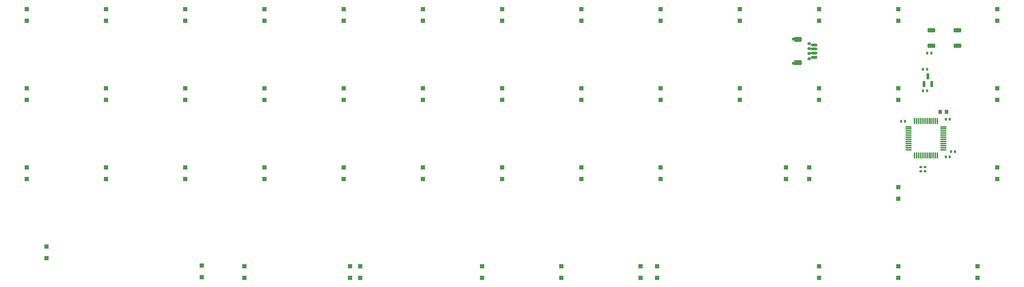
<source format=gbr>
%TF.GenerationSoftware,KiCad,Pcbnew,(7.0.0)*%
%TF.CreationDate,2023-11-25T12:29:40+01:00*%
%TF.ProjectId,Eightu Ortho,45696768-7475-4204-9f72-74686f2e6b69,rev?*%
%TF.SameCoordinates,Original*%
%TF.FileFunction,Paste,Bot*%
%TF.FilePolarity,Positive*%
%FSLAX46Y46*%
G04 Gerber Fmt 4.6, Leading zero omitted, Abs format (unit mm)*
G04 Created by KiCad (PCBNEW (7.0.0)) date 2023-11-25 12:29:40*
%MOMM*%
%LPD*%
G01*
G04 APERTURE LIST*
G04 Aperture macros list*
%AMRoundRect*
0 Rectangle with rounded corners*
0 $1 Rounding radius*
0 $2 $3 $4 $5 $6 $7 $8 $9 X,Y pos of 4 corners*
0 Add a 4 corners polygon primitive as box body*
4,1,4,$2,$3,$4,$5,$6,$7,$8,$9,$2,$3,0*
0 Add four circle primitives for the rounded corners*
1,1,$1+$1,$2,$3*
1,1,$1+$1,$4,$5*
1,1,$1+$1,$6,$7*
1,1,$1+$1,$8,$9*
0 Add four rect primitives between the rounded corners*
20,1,$1+$1,$2,$3,$4,$5,0*
20,1,$1+$1,$4,$5,$6,$7,0*
20,1,$1+$1,$6,$7,$8,$9,0*
20,1,$1+$1,$8,$9,$2,$3,0*%
G04 Aperture macros list end*
%ADD10RoundRect,0.250000X0.300000X-0.300000X0.300000X0.300000X-0.300000X0.300000X-0.300000X-0.300000X0*%
%ADD11RoundRect,0.075000X0.075000X-0.662500X0.075000X0.662500X-0.075000X0.662500X-0.075000X-0.662500X0*%
%ADD12RoundRect,0.075000X0.662500X-0.075000X0.662500X0.075000X-0.662500X0.075000X-0.662500X-0.075000X0*%
%ADD13RoundRect,0.140000X0.140000X0.170000X-0.140000X0.170000X-0.140000X-0.170000X0.140000X-0.170000X0*%
%ADD14RoundRect,0.140000X-0.170000X0.140000X-0.170000X-0.140000X0.170000X-0.140000X0.170000X0.140000X0*%
%ADD15RoundRect,0.150000X0.625000X-0.150000X0.625000X0.150000X-0.625000X0.150000X-0.625000X-0.150000X0*%
%ADD16RoundRect,0.250000X0.650000X-0.350000X0.650000X0.350000X-0.650000X0.350000X-0.650000X-0.350000X0*%
%ADD17RoundRect,0.150000X0.150000X-0.587500X0.150000X0.587500X-0.150000X0.587500X-0.150000X-0.587500X0*%
%ADD18RoundRect,0.225000X-0.225000X-0.250000X0.225000X-0.250000X0.225000X0.250000X-0.225000X0.250000X0*%
%ADD19RoundRect,0.275000X0.625000X0.275000X-0.625000X0.275000X-0.625000X-0.275000X0.625000X-0.275000X0*%
%ADD20RoundRect,0.140000X-0.140000X-0.170000X0.140000X-0.170000X0.140000X0.170000X-0.140000X0.170000X0*%
%ADD21RoundRect,0.150000X0.275000X-0.150000X0.275000X0.150000X-0.275000X0.150000X-0.275000X-0.150000X0*%
%ADD22RoundRect,0.175000X0.225000X-0.175000X0.225000X0.175000X-0.225000X0.175000X-0.225000X-0.175000X0*%
%ADD23RoundRect,0.135000X0.135000X0.185000X-0.135000X0.185000X-0.135000X-0.185000X0.135000X-0.185000X0*%
G04 APERTURE END LIST*
D10*
%TO.C,D23*%
X215900000Y-73631250D03*
X215900000Y-70831250D03*
%TD*%
D11*
%TO.C,U1*%
X282481250Y-87043750D03*
X281981250Y-87043750D03*
X281481250Y-87043750D03*
X280981250Y-87043750D03*
X280481250Y-87043750D03*
X279981250Y-87043750D03*
X279481250Y-87043750D03*
X278981250Y-87043750D03*
X278481250Y-87043750D03*
X277981250Y-87043750D03*
X277481250Y-87043750D03*
X276981250Y-87043750D03*
D12*
X275568750Y-85631250D03*
X275568750Y-85131250D03*
X275568750Y-84631250D03*
X275568750Y-84131250D03*
X275568750Y-83631250D03*
X275568750Y-83131250D03*
X275568750Y-82631250D03*
X275568750Y-82131250D03*
X275568750Y-81631250D03*
X275568750Y-81131250D03*
X275568750Y-80631250D03*
X275568750Y-80131250D03*
D11*
X276981250Y-78718750D03*
X277481250Y-78718750D03*
X277981250Y-78718750D03*
X278481250Y-78718750D03*
X278981250Y-78718750D03*
X279481250Y-78718750D03*
X279981250Y-78718750D03*
X280481250Y-78718750D03*
X280981250Y-78718750D03*
X281481250Y-78718750D03*
X281981250Y-78718750D03*
X282481250Y-78718750D03*
D12*
X283893750Y-80131250D03*
X283893750Y-80631250D03*
X283893750Y-81131250D03*
X283893750Y-81631250D03*
X283893750Y-82131250D03*
X283893750Y-82631250D03*
X283893750Y-83131250D03*
X283893750Y-83631250D03*
X283893750Y-84131250D03*
X283893750Y-84631250D03*
X283893750Y-85131250D03*
X283893750Y-85631250D03*
%TD*%
D13*
%TO.C,C3*%
X274675000Y-78781250D03*
X273715000Y-78781250D03*
%TD*%
D10*
%TO.C,D29*%
X82550000Y-92681250D03*
X82550000Y-89881250D03*
%TD*%
%TO.C,D5*%
X139700000Y-54581250D03*
X139700000Y-51781250D03*
%TD*%
D14*
%TO.C,C7*%
X279477557Y-89859709D03*
X279477557Y-90819709D03*
%TD*%
D10*
%TO.C,D32*%
X139700000Y-92681250D03*
X139700000Y-89881250D03*
%TD*%
%TO.C,D1*%
X63500000Y-54581250D03*
X63500000Y-51781250D03*
%TD*%
%TO.C,D4*%
X120650000Y-54581250D03*
X120650000Y-51781250D03*
%TD*%
%TO.C,D27*%
X141287500Y-116493750D03*
X141287500Y-113693750D03*
%TD*%
%TO.C,D15*%
X63500000Y-73631250D03*
X63500000Y-70831250D03*
%TD*%
%TO.C,D12*%
X273050000Y-54581250D03*
X273050000Y-51781250D03*
%TD*%
%TO.C,D31*%
X120650000Y-92681250D03*
X120650000Y-89881250D03*
%TD*%
D15*
%TO.C,J1*%
X252825000Y-63412500D03*
X252825000Y-62412500D03*
X252825000Y-61412500D03*
X252825000Y-60412500D03*
D16*
X248950000Y-64712500D03*
X248950000Y-59112500D03*
%TD*%
D10*
%TO.C,D9*%
X215900000Y-54581250D03*
X215900000Y-51781250D03*
%TD*%
%TO.C,D44*%
X173037500Y-116493750D03*
X173037500Y-113693750D03*
%TD*%
%TO.C,D7*%
X177800000Y-54581250D03*
X177800000Y-51781250D03*
%TD*%
%TO.C,D36*%
X215900000Y-92681250D03*
X215900000Y-89881250D03*
%TD*%
%TO.C,D26*%
X296862500Y-73631250D03*
X296862500Y-70831250D03*
%TD*%
D13*
%TO.C,C9*%
X279990000Y-71437500D03*
X279030000Y-71437500D03*
%TD*%
D10*
%TO.C,D47*%
X254000000Y-116493750D03*
X254000000Y-113693750D03*
%TD*%
D17*
%TO.C,U2*%
X281143750Y-69850000D03*
X279243750Y-69850000D03*
X280193750Y-67975000D03*
%TD*%
D10*
%TO.C,D17*%
X101600000Y-73631250D03*
X101600000Y-70831250D03*
%TD*%
%TO.C,D45*%
X192087500Y-116493750D03*
X192087500Y-113693750D03*
%TD*%
%TO.C,D37*%
X246062500Y-92681250D03*
X246062500Y-89881250D03*
%TD*%
%TO.C,D43*%
X115887500Y-116493750D03*
X115887500Y-113693750D03*
%TD*%
%TO.C,D33*%
X158750000Y-92681250D03*
X158750000Y-89881250D03*
%TD*%
D18*
%TO.C,C6*%
X283125000Y-76531250D03*
X284675000Y-76531250D03*
%TD*%
D19*
%TO.C,SW6*%
X287262500Y-56887500D03*
X281062500Y-56887500D03*
X287262500Y-60587500D03*
X281062500Y-60587500D03*
%TD*%
D10*
%TO.C,D30*%
X101600000Y-92681250D03*
X101600000Y-89881250D03*
%TD*%
%TO.C,D20*%
X158750000Y-73631250D03*
X158750000Y-70831250D03*
%TD*%
%TO.C,D2*%
X82550000Y-54581250D03*
X82550000Y-51781250D03*
%TD*%
%TO.C,D3*%
X101600000Y-54581250D03*
X101600000Y-51781250D03*
%TD*%
%TO.C,D21*%
X177800000Y-73631250D03*
X177800000Y-70831250D03*
%TD*%
%TO.C,D52*%
X251618750Y-92681250D03*
X251618750Y-89881250D03*
%TD*%
D13*
%TO.C,C8*%
X279990000Y-66315654D03*
X279030000Y-66315654D03*
%TD*%
D20*
%TO.C,C5*%
X285749327Y-86056250D03*
X286709327Y-86056250D03*
%TD*%
D14*
%TO.C,C2*%
X278480935Y-89858750D03*
X278480935Y-90818750D03*
%TD*%
D10*
%TO.C,D49*%
X292100000Y-116493750D03*
X292100000Y-113693750D03*
%TD*%
D21*
%TO.C,J2*%
X251685197Y-63712500D03*
X251685197Y-62512500D03*
X251685197Y-61312500D03*
X251685197Y-60112500D03*
D22*
X247910197Y-64862500D03*
X247910197Y-58962500D03*
%TD*%
D10*
%TO.C,D6*%
X158750000Y-54581250D03*
X158750000Y-51781250D03*
%TD*%
D23*
%TO.C,R1*%
X281019995Y-62376265D03*
X279999995Y-62376265D03*
%TD*%
D20*
%TO.C,C4*%
X284503798Y-78318750D03*
X285463798Y-78318750D03*
%TD*%
D10*
%TO.C,D14*%
X254000000Y-73631250D03*
X254000000Y-70831250D03*
%TD*%
D20*
%TO.C,C1*%
X284503798Y-87342435D03*
X285463798Y-87342435D03*
%TD*%
D10*
%TO.C,D42*%
X105568750Y-116306250D03*
X105568750Y-113506250D03*
%TD*%
%TO.C,D8*%
X196850000Y-54581250D03*
X196850000Y-51781250D03*
%TD*%
%TO.C,D25*%
X273050000Y-73631250D03*
X273050000Y-70831250D03*
%TD*%
%TO.C,D48*%
X273050000Y-116493750D03*
X273050000Y-113693750D03*
%TD*%
%TO.C,D19*%
X139700000Y-73631250D03*
X139700000Y-70831250D03*
%TD*%
%TO.C,D16*%
X82550000Y-73631250D03*
X82550000Y-70831250D03*
%TD*%
%TO.C,D24*%
X234950000Y-73631250D03*
X234950000Y-70831250D03*
%TD*%
%TO.C,D38*%
X273050000Y-97443750D03*
X273050000Y-94643750D03*
%TD*%
%TO.C,D46*%
X215106250Y-116493750D03*
X215106250Y-113693750D03*
%TD*%
%TO.C,D13*%
X296862500Y-54581250D03*
X296862500Y-51781250D03*
%TD*%
%TO.C,D35*%
X196850000Y-92681250D03*
X196850000Y-89881250D03*
%TD*%
%TO.C,D41*%
X68262500Y-111731250D03*
X68262500Y-108931250D03*
%TD*%
%TO.C,D34*%
X177800000Y-92681250D03*
X177800000Y-89881250D03*
%TD*%
%TO.C,D28*%
X63500000Y-92681250D03*
X63500000Y-89881250D03*
%TD*%
%TO.C,D10*%
X234950000Y-54581250D03*
X234950000Y-51781250D03*
%TD*%
%TO.C,D18*%
X120650000Y-73631250D03*
X120650000Y-70831250D03*
%TD*%
%TO.C,D11*%
X254000000Y-54581250D03*
X254000000Y-51781250D03*
%TD*%
%TO.C,D50*%
X211137500Y-116493750D03*
X211137500Y-113693750D03*
%TD*%
%TO.C,D22*%
X196850000Y-73631250D03*
X196850000Y-70831250D03*
%TD*%
%TO.C,D40*%
X143668750Y-116493750D03*
X143668750Y-113693750D03*
%TD*%
%TO.C,D39*%
X296862500Y-92681250D03*
X296862500Y-89881250D03*
%TD*%
M02*

</source>
